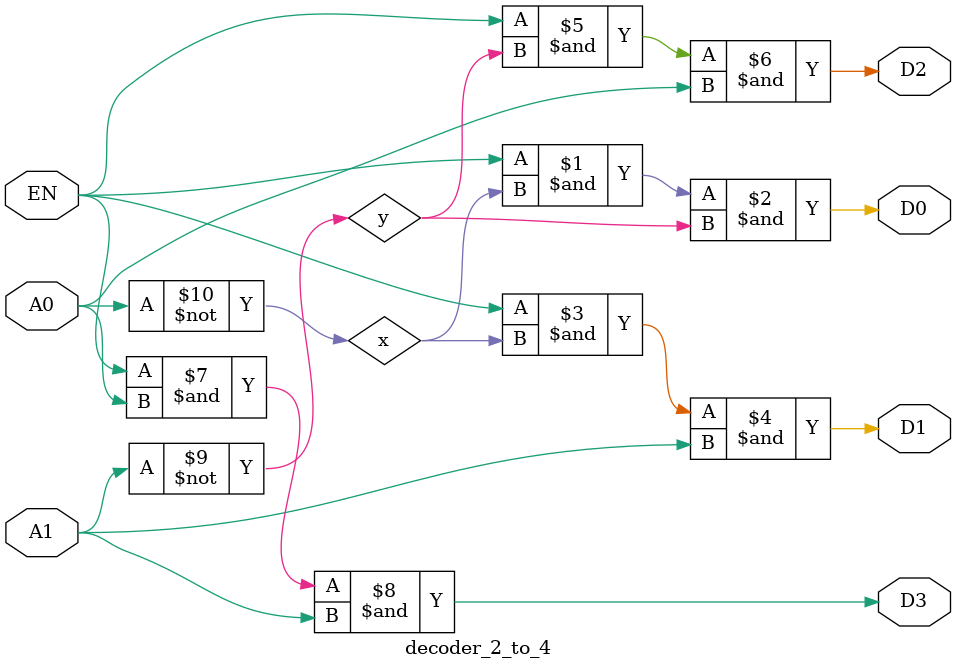
<source format=v>
module decoder_2_to_4(
 input EN, A0, A1,
  output D0, D1, D2, D3);
 wire x,y;
 not (y,A1);
 not (x,A0);
 and (D0,EN,x,y);
 and (D1,EN,x,A1);
 and (D2,EN,y,A0);
 and (D3,EN,A0,A1);
endmodule

</source>
